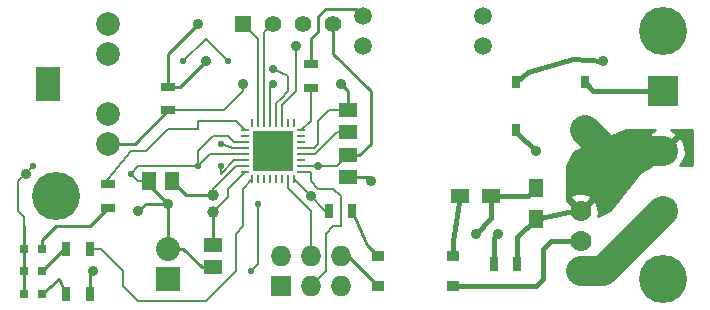
<source format=gtl>
%FSLAX34Y34*%
G04 Gerber Fmt 3.4, Leading zero omitted, Abs format*
G04 (created by PCBNEW (2014-jan-25)-product) date Thu 28 May 2015 05:52:09 PM EDT*
%MOIN*%
G01*
G70*
G90*
G04 APERTURE LIST*
%ADD10C,0.005906*%
%ADD11R,0.059000X0.051200*%
%ADD12R,0.051200X0.059000*%
%ADD13R,0.031400X0.031400*%
%ADD14R,0.027559X0.039370*%
%ADD15R,0.100000X0.100000*%
%ADD16C,0.100000*%
%ADD17R,0.078740X0.118110*%
%ADD18C,0.078740*%
%ADD19R,0.055000X0.055000*%
%ADD20C,0.055000*%
%ADD21R,0.068000X0.068000*%
%ADD22O,0.068000X0.068000*%
%ADD23R,0.047200X0.031500*%
%ADD24R,0.031500X0.047200*%
%ADD25R,0.047200X0.059100*%
%ADD26R,0.059100X0.047200*%
%ADD27R,0.044882X0.035827*%
%ADD28C,0.070000*%
%ADD29R,0.070000X0.070000*%
%ADD30C,0.059055*%
%ADD31C,0.039400*%
%ADD32R,0.080000X0.080000*%
%ADD33O,0.080000X0.080000*%
%ADD34R,0.027559X0.009843*%
%ADD35R,0.009843X0.027559*%
%ADD36R,0.067913X0.067913*%
%ADD37C,0.160000*%
%ADD38C,0.035000*%
%ADD39C,0.022000*%
%ADD40C,0.028000*%
%ADD41C,0.007992*%
%ADD42C,0.010000*%
%ADD43C,0.098425*%
%ADD44C,0.015748*%
G04 APERTURE END LIST*
G54D10*
G54D11*
X44250Y-59125D03*
X44250Y-58375D03*
X44250Y-56875D03*
X44250Y-57625D03*
G54D12*
X37625Y-59250D03*
X38375Y-59250D03*
G54D11*
X39750Y-62125D03*
X39750Y-61375D03*
G54D13*
X34045Y-61500D03*
X33455Y-61500D03*
X34045Y-62250D03*
X33455Y-62250D03*
G54D14*
X49858Y-57537D03*
X49858Y-55962D03*
X52141Y-57537D03*
X52141Y-55962D03*
G54D13*
X34045Y-63000D03*
X33455Y-63000D03*
G54D15*
X54750Y-56250D03*
G54D16*
X54750Y-58250D03*
X54750Y-60250D03*
G54D17*
X34250Y-56000D03*
G54D18*
X36250Y-55000D03*
X36250Y-54000D03*
X36250Y-57000D03*
X36250Y-58000D03*
G54D19*
X40750Y-54000D03*
G54D20*
X41750Y-54000D03*
X42750Y-54000D03*
X43750Y-54000D03*
G54D21*
X42000Y-62750D03*
G54D22*
X43000Y-62750D03*
X44000Y-62750D03*
X44000Y-61750D03*
X43000Y-61750D03*
X42000Y-61750D03*
G54D23*
X43000Y-55356D03*
X43000Y-56144D03*
X38250Y-56894D03*
X38250Y-56106D03*
G54D24*
X44394Y-60250D03*
X43606Y-60250D03*
G54D23*
X36250Y-60144D03*
X36250Y-59356D03*
G54D24*
X34856Y-61500D03*
X35644Y-61500D03*
G54D25*
X50500Y-60512D03*
X50500Y-59488D03*
G54D26*
X47988Y-59750D03*
X49012Y-59750D03*
G54D24*
X49106Y-62000D03*
X49894Y-62000D03*
X35644Y-63000D03*
X34856Y-63000D03*
G54D27*
X45250Y-61750D03*
X45250Y-62750D03*
X47750Y-61750D03*
X47750Y-62750D03*
G54D28*
X52000Y-60250D03*
X52000Y-61250D03*
G54D29*
X52000Y-62250D03*
G54D30*
X48750Y-53750D03*
X48750Y-54750D03*
X44750Y-54750D03*
X44750Y-53750D03*
G54D31*
X39750Y-59705D03*
X39750Y-60295D03*
G54D32*
X38250Y-62500D03*
G54D33*
X38250Y-61500D03*
G54D34*
X40805Y-57561D03*
X40805Y-57757D03*
X40805Y-57954D03*
X40805Y-58151D03*
X40805Y-58348D03*
X40805Y-58545D03*
X40805Y-58742D03*
X40805Y-58938D03*
G54D35*
X41061Y-59194D03*
X41257Y-59194D03*
X41454Y-59194D03*
X41651Y-59194D03*
X41848Y-59194D03*
X42045Y-59194D03*
X42242Y-59194D03*
X42438Y-59194D03*
G54D34*
X42694Y-58938D03*
X42694Y-58742D03*
X42694Y-58545D03*
X42694Y-58348D03*
X42694Y-58151D03*
X42694Y-57954D03*
X42694Y-57757D03*
X42694Y-57561D03*
G54D35*
X42438Y-57305D03*
X42242Y-57305D03*
X42045Y-57305D03*
X41848Y-57305D03*
X41651Y-57305D03*
X41454Y-57305D03*
X41257Y-57305D03*
X41061Y-57305D03*
G54D36*
X42089Y-58589D03*
X42089Y-57910D03*
X41410Y-58589D03*
X41410Y-57910D03*
G54D37*
X34500Y-59750D03*
X54750Y-62500D03*
X54750Y-54250D03*
G54D38*
X45000Y-59250D03*
X44000Y-56000D03*
X37250Y-60250D03*
X38250Y-60000D03*
X33500Y-59000D03*
G54D39*
X39250Y-58750D03*
X33750Y-58750D03*
X41250Y-60000D03*
X41000Y-62250D03*
X40250Y-55250D03*
X38750Y-55250D03*
X37000Y-59000D03*
G54D40*
X43250Y-58742D03*
G54D38*
X39500Y-55250D03*
X39250Y-54000D03*
X35750Y-62250D03*
G54D39*
X40000Y-58000D03*
X40000Y-58750D03*
G54D38*
X48500Y-61000D03*
X49250Y-61000D03*
X50500Y-58250D03*
X52750Y-55250D03*
G54D40*
X41750Y-56000D03*
G54D38*
X40750Y-56000D03*
G54D40*
X41750Y-55500D03*
G54D38*
X42500Y-54750D03*
X43000Y-59750D03*
G54D41*
X33455Y-60750D02*
X33455Y-60455D01*
X33250Y-59250D02*
X33500Y-59000D01*
X33250Y-60250D02*
X33250Y-59250D01*
X33455Y-60455D02*
X33250Y-60250D01*
G54D42*
X44875Y-59125D02*
X44250Y-59125D01*
X45000Y-59250D02*
X44875Y-59125D01*
X44250Y-56250D02*
X44000Y-56000D01*
X44250Y-56250D02*
X44250Y-56875D01*
X38250Y-60000D02*
X37500Y-60000D01*
X37500Y-60000D02*
X37250Y-60250D01*
X38250Y-61500D02*
X38250Y-60000D01*
X39750Y-62125D02*
X39375Y-62125D01*
X38750Y-61500D02*
X38250Y-61500D01*
X39375Y-62125D02*
X38750Y-61500D01*
X38250Y-60000D02*
X37625Y-59375D01*
X37625Y-59375D02*
X37625Y-59250D01*
X33455Y-61500D02*
X33455Y-60750D01*
X33455Y-63000D02*
X33455Y-62250D01*
X33455Y-62250D02*
X33455Y-61500D01*
X44000Y-61750D02*
X44250Y-61750D01*
X44250Y-61750D02*
X45250Y-62750D01*
G54D41*
X43098Y-58151D02*
X43250Y-58000D01*
X43250Y-58000D02*
X43250Y-57250D01*
X43250Y-57250D02*
X43625Y-56875D01*
X43625Y-56875D02*
X44250Y-56875D01*
X42694Y-58151D02*
X43098Y-58151D01*
X33455Y-63000D02*
X33500Y-63000D01*
X39651Y-58348D02*
X39250Y-58750D01*
X40805Y-58348D02*
X39651Y-58348D01*
X40250Y-57750D02*
X39750Y-57750D01*
X40454Y-57954D02*
X40250Y-57750D01*
X40454Y-57954D02*
X40805Y-57954D01*
X39250Y-58250D02*
X39250Y-58750D01*
X39750Y-57750D02*
X39250Y-58250D01*
X37250Y-58750D02*
X39250Y-58750D01*
X37000Y-59000D02*
X37250Y-58750D01*
X37250Y-59250D02*
X37000Y-59000D01*
X37625Y-59250D02*
X37250Y-59250D01*
X33500Y-59000D02*
X33750Y-58750D01*
X41250Y-62000D02*
X41250Y-60000D01*
X41000Y-62250D02*
X41250Y-62000D01*
X40250Y-55250D02*
X39500Y-54500D01*
X39500Y-54500D02*
X38750Y-55250D01*
X42694Y-58742D02*
X43250Y-58742D01*
X43250Y-58742D02*
X43882Y-58742D01*
X43882Y-58742D02*
X44250Y-58375D01*
G54D42*
X43750Y-54000D02*
X43750Y-55000D01*
X44625Y-58375D02*
X44250Y-58375D01*
X45000Y-58000D02*
X44625Y-58375D01*
X45000Y-56250D02*
X45000Y-58000D01*
X43750Y-55000D02*
X45000Y-56250D01*
X38250Y-56106D02*
X38644Y-56106D01*
X38644Y-56106D02*
X39500Y-55250D01*
X38250Y-56106D02*
X38250Y-55000D01*
X38250Y-55000D02*
X39250Y-54000D01*
X35644Y-63000D02*
X35644Y-62356D01*
X35644Y-62356D02*
X35750Y-62250D01*
G54D41*
X40401Y-58151D02*
X40000Y-58000D01*
X40805Y-58151D02*
X40401Y-58151D01*
X40000Y-59000D02*
X40454Y-58545D01*
X40454Y-58545D02*
X40805Y-58545D01*
X40000Y-58750D02*
X40000Y-59000D01*
X42694Y-58348D02*
X43151Y-58348D01*
X43875Y-57625D02*
X44250Y-57625D01*
X43151Y-58348D02*
X43875Y-57625D01*
X39750Y-59705D02*
X39750Y-59500D01*
X40507Y-58742D02*
X40805Y-58742D01*
X39750Y-59500D02*
X40507Y-58742D01*
G54D42*
X39750Y-59705D02*
X38830Y-59705D01*
X38830Y-59705D02*
X38375Y-59250D01*
G54D41*
X40805Y-58938D02*
X40805Y-58944D01*
X40805Y-58944D02*
X40250Y-59500D01*
X40250Y-59500D02*
X40250Y-59795D01*
X40250Y-59795D02*
X39750Y-60295D01*
G54D42*
X39750Y-60295D02*
X39750Y-61125D01*
X39750Y-61125D02*
X39500Y-61375D01*
G54D43*
X52750Y-62250D02*
X54750Y-60250D01*
X52000Y-62250D02*
X52750Y-62250D01*
G54D44*
X50238Y-59750D02*
X50500Y-59488D01*
X49012Y-59750D02*
X50238Y-59750D01*
X48500Y-61000D02*
X49012Y-60488D01*
X49012Y-60488D02*
X49012Y-59750D01*
X49106Y-61144D02*
X49250Y-61000D01*
X49106Y-62000D02*
X49106Y-61144D01*
G54D42*
X34045Y-61205D02*
X34500Y-60750D01*
X34500Y-60750D02*
X35644Y-60750D01*
X35644Y-60750D02*
X36250Y-60144D01*
X34045Y-61500D02*
X34045Y-61205D01*
X34795Y-61500D02*
X34045Y-62250D01*
X34856Y-61500D02*
X34795Y-61500D01*
G54D44*
X49858Y-57537D02*
X49858Y-57608D01*
X49858Y-57608D02*
X50500Y-58250D01*
X49858Y-55962D02*
X50257Y-55609D01*
X50257Y-55609D02*
X51730Y-55183D01*
X51730Y-55183D02*
X52750Y-55250D01*
X54750Y-56250D02*
X52429Y-56250D01*
X52429Y-56250D02*
X52141Y-55962D01*
G54D43*
X54750Y-58250D02*
X52854Y-58250D01*
X52854Y-58250D02*
X52141Y-57537D01*
G54D44*
X51762Y-60250D02*
X50500Y-60512D01*
X52000Y-60250D02*
X51762Y-60250D01*
X49894Y-61118D02*
X50500Y-60512D01*
X49894Y-62000D02*
X49894Y-61118D01*
G54D42*
X34045Y-63000D02*
X34606Y-62500D01*
X34606Y-62500D02*
X34856Y-63000D01*
G54D41*
X40805Y-57555D02*
X40805Y-57561D01*
X37750Y-58000D02*
X38250Y-57500D01*
X38250Y-57500D02*
X39250Y-57500D01*
X39250Y-57500D02*
X39250Y-57250D01*
X39250Y-57250D02*
X40500Y-57250D01*
X40500Y-57250D02*
X40805Y-57555D01*
X37500Y-58250D02*
X37750Y-58000D01*
X37000Y-58250D02*
X37500Y-58250D01*
X36106Y-59356D02*
X37000Y-58250D01*
X36250Y-59356D02*
X36106Y-59356D01*
X43000Y-56144D02*
X43000Y-57255D01*
X43000Y-57255D02*
X42694Y-57561D01*
X43000Y-58938D02*
X43000Y-59250D01*
X43250Y-59500D02*
X43750Y-59500D01*
X43000Y-59250D02*
X43250Y-59500D01*
X43000Y-62750D02*
X43500Y-62250D01*
X43500Y-62250D02*
X43500Y-61000D01*
X43500Y-61000D02*
X43750Y-60750D01*
X43750Y-60750D02*
X44000Y-60750D01*
X44000Y-60750D02*
X44000Y-59750D01*
X44000Y-59750D02*
X43750Y-59500D01*
X43000Y-58938D02*
X42694Y-58938D01*
X43000Y-62750D02*
X43000Y-62500D01*
X41257Y-57305D02*
X41257Y-54507D01*
X41257Y-54507D02*
X40750Y-54000D01*
X41454Y-55795D02*
X41454Y-54295D01*
X41454Y-54295D02*
X41750Y-54000D01*
X41454Y-55795D02*
X41454Y-57305D01*
X41651Y-57305D02*
X41651Y-56098D01*
X41651Y-56098D02*
X41750Y-56000D01*
X41750Y-55500D02*
X42250Y-55750D01*
X40106Y-56894D02*
X40750Y-56250D01*
X40750Y-56250D02*
X40750Y-56000D01*
X38250Y-56894D02*
X40106Y-56894D01*
X41848Y-56651D02*
X41848Y-57305D01*
X42000Y-56500D02*
X41848Y-56651D01*
X42250Y-56250D02*
X42000Y-56500D01*
X42250Y-55750D02*
X42250Y-56250D01*
G54D42*
X36250Y-58000D02*
X37144Y-58000D01*
X37144Y-58000D02*
X38250Y-56894D01*
G54D41*
X42500Y-54750D02*
X42500Y-56250D01*
X42500Y-56250D02*
X42045Y-56704D01*
X42045Y-56704D02*
X42045Y-57305D01*
X40750Y-59505D02*
X41061Y-59194D01*
X40750Y-60750D02*
X40750Y-59505D01*
X39500Y-63250D02*
X40500Y-62250D01*
X37250Y-63250D02*
X39500Y-63250D01*
X36750Y-62750D02*
X37250Y-63250D01*
X36750Y-62250D02*
X36750Y-62750D01*
X40500Y-61000D02*
X40750Y-60750D01*
X40500Y-62250D02*
X40500Y-61000D01*
X36000Y-61500D02*
X36750Y-62250D01*
X35644Y-61500D02*
X36000Y-61500D01*
X42242Y-59194D02*
X42242Y-59492D01*
X43000Y-60250D02*
X43000Y-61750D01*
X42242Y-59492D02*
X43000Y-60250D01*
X43000Y-59750D02*
X43000Y-59755D01*
X43606Y-60250D02*
X43494Y-60250D01*
X43494Y-60250D02*
X43000Y-59755D01*
X43000Y-59755D02*
X42438Y-59194D01*
G54D42*
X43000Y-55356D02*
X43000Y-54500D01*
X44500Y-53500D02*
X44750Y-53750D01*
X43500Y-53500D02*
X44500Y-53500D01*
X43250Y-53750D02*
X43500Y-53500D01*
X43250Y-54250D02*
X43250Y-53750D01*
X43000Y-54500D02*
X43250Y-54250D01*
X44394Y-60250D02*
X44894Y-61394D01*
X44894Y-61394D02*
X45250Y-61750D01*
G54D44*
X47750Y-61238D02*
X47988Y-59750D01*
X47750Y-61750D02*
X47750Y-61238D01*
X50500Y-62750D02*
X50750Y-62500D01*
X50750Y-62500D02*
X50750Y-61500D01*
X50750Y-61500D02*
X51000Y-61250D01*
X51000Y-61250D02*
X52000Y-61250D01*
X47750Y-62750D02*
X50500Y-62750D01*
G54D10*
G36*
X55700Y-58700D02*
X55302Y-58700D01*
X55396Y-58658D01*
X55503Y-58379D01*
X55495Y-58081D01*
X55396Y-57841D01*
X55280Y-57790D01*
X54820Y-58250D01*
X54826Y-58255D01*
X54755Y-58326D01*
X54750Y-58320D01*
X54679Y-58391D01*
X54679Y-58250D01*
X54219Y-57790D01*
X54103Y-57841D01*
X53996Y-58120D01*
X54004Y-58418D01*
X54103Y-58658D01*
X54219Y-58709D01*
X54679Y-58250D01*
X54679Y-58391D01*
X54290Y-58780D01*
X54296Y-58795D01*
X53967Y-58960D01*
X52967Y-60210D01*
X52583Y-60402D01*
X52604Y-60343D01*
X52594Y-60105D01*
X52522Y-59932D01*
X52422Y-59898D01*
X52351Y-59969D01*
X52351Y-59827D01*
X52317Y-59727D01*
X52093Y-59645D01*
X51855Y-59655D01*
X51682Y-59727D01*
X51648Y-59827D01*
X52000Y-60179D01*
X52351Y-59827D01*
X52351Y-59969D01*
X52070Y-60250D01*
X52076Y-60255D01*
X52006Y-60325D01*
X52003Y-60324D01*
X52000Y-60320D01*
X51997Y-60322D01*
X51988Y-60320D01*
X51923Y-60255D01*
X51929Y-60250D01*
X51577Y-59898D01*
X51550Y-59907D01*
X51550Y-58761D01*
X51786Y-58288D01*
X53510Y-57550D01*
X54470Y-57550D01*
X54341Y-57603D01*
X54290Y-57719D01*
X54750Y-58179D01*
X55209Y-57719D01*
X55158Y-57603D01*
X55019Y-57550D01*
X55700Y-57550D01*
X55700Y-58700D01*
X55700Y-58700D01*
G37*
G54D42*
X55700Y-58700D02*
X55302Y-58700D01*
X55396Y-58658D01*
X55503Y-58379D01*
X55495Y-58081D01*
X55396Y-57841D01*
X55280Y-57790D01*
X54820Y-58250D01*
X54826Y-58255D01*
X54755Y-58326D01*
X54750Y-58320D01*
X54679Y-58391D01*
X54679Y-58250D01*
X54219Y-57790D01*
X54103Y-57841D01*
X53996Y-58120D01*
X54004Y-58418D01*
X54103Y-58658D01*
X54219Y-58709D01*
X54679Y-58250D01*
X54679Y-58391D01*
X54290Y-58780D01*
X54296Y-58795D01*
X53967Y-58960D01*
X52967Y-60210D01*
X52583Y-60402D01*
X52604Y-60343D01*
X52594Y-60105D01*
X52522Y-59932D01*
X52422Y-59898D01*
X52351Y-59969D01*
X52351Y-59827D01*
X52317Y-59727D01*
X52093Y-59645D01*
X51855Y-59655D01*
X51682Y-59727D01*
X51648Y-59827D01*
X52000Y-60179D01*
X52351Y-59827D01*
X52351Y-59969D01*
X52070Y-60250D01*
X52076Y-60255D01*
X52006Y-60325D01*
X52003Y-60324D01*
X52000Y-60320D01*
X51997Y-60322D01*
X51988Y-60320D01*
X51923Y-60255D01*
X51929Y-60250D01*
X51577Y-59898D01*
X51550Y-59907D01*
X51550Y-58761D01*
X51786Y-58288D01*
X53510Y-57550D01*
X54470Y-57550D01*
X54341Y-57603D01*
X54290Y-57719D01*
X54750Y-58179D01*
X55209Y-57719D01*
X55158Y-57603D01*
X55019Y-57550D01*
X55700Y-57550D01*
X55700Y-58700D01*
M02*

</source>
